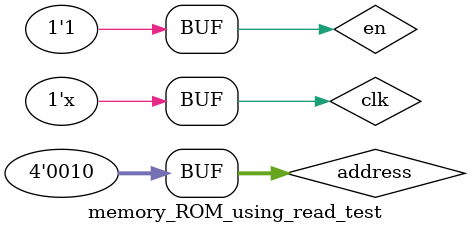
<source format=v>
`timescale 1ns / 1ps


module memory_ROM_using_read_test;

	// Inputs
	reg en;
	reg clk;
	reg [3:0] address;

	// Outputs
	wire [15:0] out;

	// Instantiate the Unit Under Test (UUT)
	memory_ROM_using_read uut (
		.en(en), 
		.clk(clk), 
		.address(address), 
		.out(out)
	);
	always #20 clk=~clk;
	initial begin
		// Initialize Inputs
		en = 0;
		clk = 0;
		address = 0;
		#15;
		address=4;
		#40;
		address=10;
		#40;
		en=1;
		#40;
		address=7;
		#40;
		address=0;
		#40;
		address=15;
		#40;
		address=3;
		#40;
		address=2;
	end
      
endmodule


</source>
